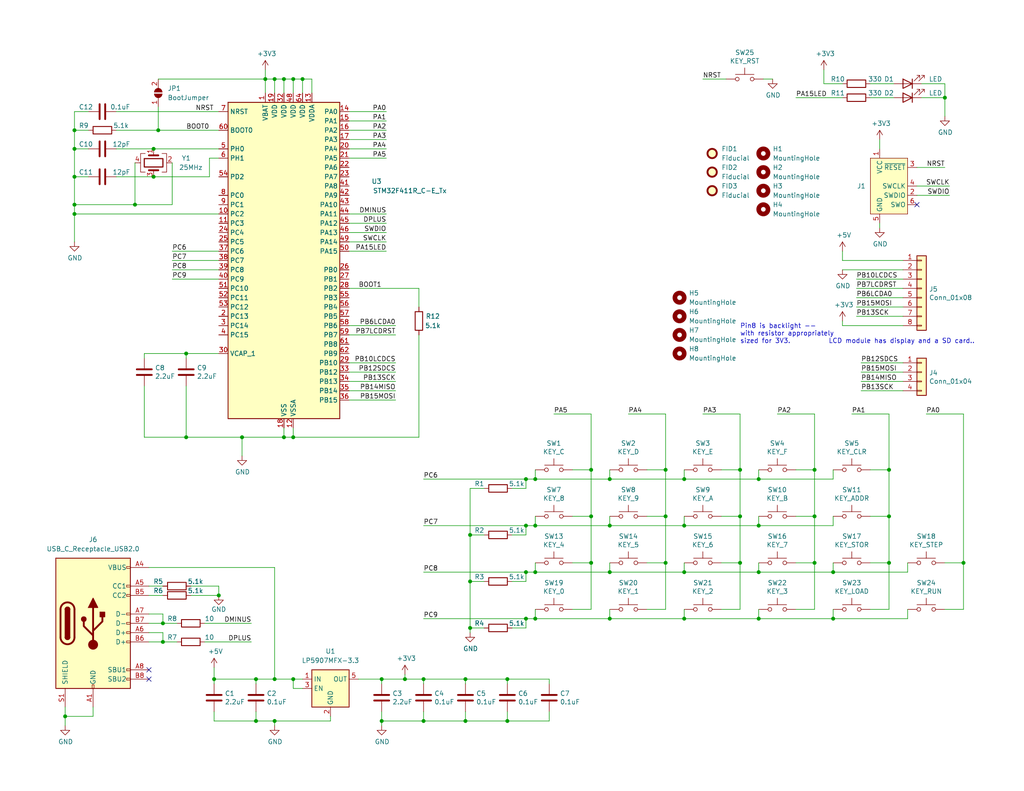
<source format=kicad_sch>
(kicad_sch (version 20230121) (generator eeschema)
  (paper "A")
  (title_block (title "ARM Microprocessor Trainer") (rev "PRE") (company "Michael Lyle"))
  (lib_symbols
    (symbol "Connector:Conn_ARM_SWD_TagConnect_TC2030" (in_bom no)
      (property "Reference" "J" (at 2.54 11.43 0))
      (property "Value" "Conn_ARM_SWD_TagConnect_TC2030" (at 5.08 8.89 0))
      (symbol "Conn_ARM_SWD_TagConnect_TC2030_0_0"
        (pin power_in line (at -2.54 10.16 270) (length 2.54) (name "VCC") (number "1"))
        (pin bidirectional line (at 7.62 -2.54 180) (length 2.54) (name "SWDIO") (number "2"))
        (pin open_collector line (at 7.62 5.08 180) (length 2.54) (name "~{RESET}") (number "3"))
        (pin output line (at 7.62 0 180) (length 2.54) (name "SWCLK") (number "4"))
        (pin power_in line (at -2.54 -10.16 90) (length 2.54) (name "GND") (number "5"))
        (pin input line (at 7.62 -5.08 180) (length 2.54) (name "SWO") (number "6"))
      )
    )
    (symbol "Connector:USB_C_Receptacle_USB2.0" (pin_names (offset 1.016))
      (property "Reference" "J" (at -10.16 19.05 0))
      (property "Value" "USB_C_Receptacle_USB2.0" (at 19.05 19.05 0))
      (symbol "USB_C_Receptacle_USB2.0_1_1"
        (pin passive line (at 0 -22.86 90) (length 5.08) (name "GND") (number "A1"))
        (pin passive line (at 0 -22.86 90) (length 5.08) hide (name "GND") (number "A12"))
        (pin passive line (at 15.24 15.24 180) (length 5.08) (name "VBUS") (number "A4"))
        (pin bidirectional line (at 15.24 10.16 180) (length 5.08) (name "CC1") (number "A5"))
        (pin bidirectional line (at 15.24 -2.54 180) (length 5.08) (name "D+") (number "A6"))
        (pin bidirectional line (at 15.24 2.54 180) (length 5.08) (name "D-") (number "A7"))
        (pin bidirectional line (at 15.24 -12.7 180) (length 5.08) (name "SBU1") (number "A8"))
        (pin passive line (at 15.24 15.24 180) (length 5.08) hide (name "VBUS") (number "A9"))
        (pin passive line (at 0 -22.86 90) (length 5.08) hide (name "GND") (number "B1"))
        (pin passive line (at 0 -22.86 90) (length 5.08) hide (name "GND") (number "B12"))
        (pin passive line (at 15.24 15.24 180) (length 5.08) hide (name "VBUS") (number "B4"))
        (pin bidirectional line (at 15.24 7.62 180) (length 5.08) (name "CC2") (number "B5"))
        (pin bidirectional line (at 15.24 -5.08 180) (length 5.08) (name "D+") (number "B6"))
        (pin bidirectional line (at 15.24 0 180) (length 5.08) (name "D-") (number "B7"))
        (pin bidirectional line (at 15.24 -15.24 180) (length 5.08) (name "SBU2") (number "B8"))
        (pin passive line (at 15.24 15.24 180) (length 5.08) hide (name "VBUS") (number "B9"))
        (pin passive line (at -7.62 -22.86 90) (length 5.08) (name "SHIELD") (number "S1"))
      )
    )
    (symbol "Connector_Generic:Conn_01x04" (pin_names (offset 1.016) hide)
      (property "Reference" "J" (at 0 5.08 0))
      (property "Value" "Conn_01x04" (at 0 -7.62 0))
      (symbol "Conn_01x04_1_1"
        (pin passive line (at -5.08 2.54 0) (length 3.81) (name "Pin_1") (number "1"))
        (pin passive line (at -5.08 0 0) (length 3.81) (name "Pin_2") (number "2"))
        (pin passive line (at -5.08 -2.54 0) (length 3.81) (name "Pin_3") (number "3"))
        (pin passive line (at -5.08 -5.08 0) (length 3.81) (name "Pin_4") (number "4"))
      )
    )
    (symbol "Connector_Generic:Conn_01x08" (pin_names (offset 1.016) hide)
      (property "Reference" "J" (at 0 10.16 0))
      (property "Value" "Conn_01x08" (at 0 -12.7 0))
      (symbol "Conn_01x08_1_1"
        (pin passive line (at -5.08 7.62 0) (length 3.81) (name "Pin_1") (number "1"))
        (pin passive line (at -5.08 5.08 0) (length 3.81) (name "Pin_2") (number "2"))
        (pin passive line (at -5.08 2.54 0) (length 3.81) (name "Pin_3") (number "3"))
        (pin passive line (at -5.08 0 0) (length 3.81) (name "Pin_4") (number "4"))
        (pin passive line (at -5.08 -2.54 0) (length 3.81) (name "Pin_5") (number "5"))
        (pin passive line (at -5.08 -5.08 0) (length 3.81) (name "Pin_6") (number "6"))
        (pin passive line (at -5.08 -7.62 0) (length 3.81) (name "Pin_7") (number "7"))
        (pin passive line (at -5.08 -10.16 0) (length 3.81) (name "Pin_8") (number "8"))
      )
    )
    (symbol "Device:C" (pin_numbers hide) (pin_names (offset 0.254))
      (property "Reference" "C" (at 0.635 2.54 0))
      (property "Value" "C" (at 0.635 -2.54 0))
      (symbol "C_1_1"
        (pin passive line (at 0 3.81 270) (length 2.794) (name "~") (number "1"))
        (pin passive line (at 0 -3.81 90) (length 2.794) (name "~") (number "2"))
      )
    )
    (symbol "Device:Crystal_GND24" (pin_names (offset 1.016) hide)
      (property "Reference" "Y" (at 3.175 5.08 0))
      (property "Value" "Crystal_GND24" (at 3.175 3.175 0))
      (symbol "Crystal_GND24_1_1"
        (pin passive line (at -3.81 0 0) (length 1.27) (name "1") (number "1"))
        (pin passive line (at 0 5.08 270) (length 1.27) (name "2") (number "2"))
        (pin passive line (at 3.81 0 180) (length 1.27) (name "3") (number "3"))
        (pin passive line (at 0 -5.08 90) (length 1.27) (name "4") (number "4"))
      )
    )
    (symbol "Device:LED" (pin_numbers hide) (pin_names (offset 1.016) hide)
      (property "Reference" "D" (at 0 2.54 0))
      (property "Value" "LED" (at 0 -2.54 0))
      (symbol "LED_1_1"
        (pin passive line (at -3.81 0 0) (length 2.54) (name "K") (number "1"))
        (pin passive line (at 3.81 0 180) (length 2.54) (name "A") (number "2"))
      )
    )
    (symbol "Device:R" (pin_numbers hide) (pin_names (offset 0))
      (property "Reference" "R" (at 2.032 0 90))
      (property "Value" "R" (at 0 0 90))
      (symbol "R_1_1"
        (pin passive line (at 0 3.81 270) (length 1.27) (name "~") (number "1"))
        (pin passive line (at 0 -3.81 90) (length 1.27) (name "~") (number "2"))
      )
    )
    (symbol "Jumper:SolderJumper_2_Open" (pin_names (offset 0) hide)
      (property "Reference" "JP" (at 0 2.032 0))
      (property "Value" "SolderJumper_2_Open" (at 0 -2.54 0))
      (symbol "SolderJumper_2_Open_1_1"
        (pin passive line (at -3.81 0 0) (length 2.54) (name "A") (number "1"))
        (pin passive line (at 3.81 0 180) (length 2.54) (name "B") (number "2"))
      )
    )
    (symbol "MCU_ST_STM32F4:STM32F412RETx"
      (property "Reference" "U" (at -15.24 44.45 0))
      (property "Value" "STM32F412RETx" (at 10.16 44.45 0))
      (symbol "STM32F412RETx_1_1"
        (pin power_in line (at -5.08 45.72 270) (length 2.54) (name "VBAT") (number "1"))
        (pin bidirectional line (at -17.78 12.7 0) (length 2.54) (name "PC2") (number "10"))
        (pin bidirectional line (at -17.78 10.16 0) (length 2.54) (name "PC3") (number "11"))
        (pin power_in line (at 2.54 -45.72 90) (length 2.54) (name "VSSA") (number "12"))
        (pin power_in line (at 7.62 45.72 270) (length 2.54) (name "VDDA") (number "13"))
        (pin bidirectional line (at 17.78 40.64 180) (length 2.54) (name "PA0") (number "14"))
        (pin bidirectional line (at 17.78 38.1 180) (length 2.54) (name "PA1") (number "15"))
        (pin bidirectional line (at 17.78 35.56 180) (length 2.54) (name "PA2") (number "16"))
        (pin bidirectional line (at 17.78 33.02 180) (length 2.54) (name "PA3") (number "17"))
        (pin power_in line (at 0 -45.72 90) (length 2.54) (name "VSS") (number "18"))
        (pin power_in line (at -2.54 45.72 270) (length 2.54) (name "VDD") (number "19"))
        (pin bidirectional line (at -17.78 -15.24 0) (length 2.54) (name "PC13") (number "2"))
        (pin bidirectional line (at 17.78 30.48 180) (length 2.54) (name "PA4") (number "20"))
        (pin bidirectional line (at 17.78 27.94 180) (length 2.54) (name "PA5") (number "21"))
        (pin bidirectional line (at 17.78 25.4 180) (length 2.54) (name "PA6") (number "22"))
        (pin bidirectional line (at 17.78 22.86 180) (length 2.54) (name "PA7") (number "23"))
        (pin bidirectional line (at -17.78 7.62 0) (length 2.54) (name "PC4") (number "24"))
        (pin bidirectional line (at -17.78 5.08 0) (length 2.54) (name "PC5") (number "25"))
        (pin bidirectional line (at 17.78 -2.54 180) (length 2.54) (name "PB0") (number "26"))
        (pin bidirectional line (at 17.78 -5.08 180) (length 2.54) (name "PB1") (number "27"))
        (pin bidirectional line (at 17.78 -7.62 180) (length 2.54) (name "PB2") (number "28"))
        (pin bidirectional line (at 17.78 -27.94 180) (length 2.54) (name "PB10") (number "29"))
        (pin bidirectional line (at -17.78 -17.78 0) (length 2.54) (name "PC14") (number "3"))
        (pin power_out line (at -17.78 -25.4 0) (length 2.54) (name "VCAP_1") (number "30"))
        (pin passive line (at 0 -45.72 90) (length 2.54) hide (name "VSS") (number "31"))
        (pin power_in line (at 0 45.72 270) (length 2.54) (name "VDD") (number "32"))
        (pin bidirectional line (at 17.78 -30.48 180) (length 2.54) (name "PB12") (number "33"))
        (pin bidirectional line (at 17.78 -33.02 180) (length 2.54) (name "PB13") (number "34"))
        (pin bidirectional line (at 17.78 -35.56 180) (length 2.54) (name "PB14") (number "35"))
        (pin bidirectional line (at 17.78 -38.1 180) (length 2.54) (name "PB15") (number "36"))
        (pin bidirectional line (at -17.78 2.54 0) (length 2.54) (name "PC6") (number "37"))
        (pin bidirectional line (at -17.78 0 0) (length 2.54) (name "PC7") (number "38"))
        (pin bidirectional line (at -17.78 -2.54 0) (length 2.54) (name "PC8") (number "39"))
        (pin bidirectional line (at -17.78 -20.32 0) (length 2.54) (name "PC15") (number "4"))
        (pin bidirectional line (at -17.78 -5.08 0) (length 2.54) (name "PC9") (number "40"))
        (pin bidirectional line (at 17.78 20.32 180) (length 2.54) (name "PA8") (number "41"))
        (pin bidirectional line (at 17.78 17.78 180) (length 2.54) (name "PA9") (number "42"))
        (pin bidirectional line (at 17.78 15.24 180) (length 2.54) (name "PA10") (number "43"))
        (pin bidirectional line (at 17.78 12.7 180) (length 2.54) (name "PA11") (number "44"))
        (pin bidirectional line (at 17.78 10.16 180) (length 2.54) (name "PA12") (number "45"))
        (pin bidirectional line (at 17.78 7.62 180) (length 2.54) (name "PA13") (number "46"))
        (pin passive line (at 0 -45.72 90) (length 2.54) hide (name "VSS") (number "47"))
        (pin power_in line (at 2.54 45.72 270) (length 2.54) (name "VDD") (number "48"))
        (pin bidirectional line (at 17.78 5.08 180) (length 2.54) (name "PA14") (number "49"))
        (pin bidirectional line (at -17.78 30.48 0) (length 2.54) (name "PH0") (number "5"))
        (pin bidirectional line (at 17.78 2.54 180) (length 2.54) (name "PA15") (number "50"))
        (pin bidirectional line (at -17.78 -7.62 0) (length 2.54) (name "PC10") (number "51"))
        (pin bidirectional line (at -17.78 -10.16 0) (length 2.54) (name "PC11") (number "52"))
        (pin bidirectional line (at -17.78 -12.7 0) (length 2.54) (name "PC12") (number "53"))
        (pin bidirectional line (at -17.78 22.86 0) (length 2.54) (name "PD2") (number "54"))
        (pin bidirectional line (at 17.78 -10.16 180) (length 2.54) (name "PB3") (number "55"))
        (pin bidirectional line (at 17.78 -12.7 180) (length 2.54) (name "PB4") (number "56"))
        (pin bidirectional line (at 17.78 -15.24 180) (length 2.54) (name "PB5") (number "57"))
        (pin bidirectional line (at 17.78 -17.78 180) (length 2.54) (name "PB6") (number "58"))
        (pin bidirectional line (at 17.78 -20.32 180) (length 2.54) (name "PB7") (number "59"))
        (pin bidirectional line (at -17.78 27.94 0) (length 2.54) (name "PH1") (number "6"))
        (pin input line (at -17.78 35.56 0) (length 2.54) (name "BOOT0") (number "60"))
        (pin bidirectional line (at 17.78 -22.86 180) (length 2.54) (name "PB8") (number "61"))
        (pin bidirectional line (at 17.78 -25.4 180) (length 2.54) (name "PB9") (number "62"))
        (pin passive line (at 0 -45.72 90) (length 2.54) hide (name "VSS") (number "63"))
        (pin power_in line (at 5.08 45.72 270) (length 2.54) (name "VDD") (number "64"))
        (pin input line (at -17.78 40.64 0) (length 2.54) (name "NRST") (number "7"))
        (pin bidirectional line (at -17.78 17.78 0) (length 2.54) (name "PC0") (number "8"))
        (pin bidirectional line (at -17.78 15.24 0) (length 2.54) (name "PC1") (number "9"))
      )
    )
    (symbol "Mechanical:Fiducial"
      (property "Reference" "FID" (at 0 5.08 0))
      (property "Value" "Fiducial" (at 0 3.175 0))
    )
    (symbol "Mechanical:MountingHole" (pin_names (offset 1.016))
      (property "Reference" "H" (at 0 5.08 0))
      (property "Value" "MountingHole" (at 0 3.175 0))
    )
    (symbol "MicroTrainer-rescue:+3.3V-power" (power) (pin_names (offset 0))
      (property "Value" "+3.3V-power" (at 0 3.556 0))
      (symbol "+3.3V-power_1_1"
        (pin power_in line (at 0 0 90) (length 0) hide (name "+3V3") (number "1"))
      )
    )
    (symbol "Regulator_Linear:LP5907MFX-3.3"
      (property "Reference" "U" (at -3.81 6.35 0))
      (property "Value" "LP5907MFX-3.3" (at 6.35 6.35 0))
      (symbol "LP5907MFX-3.3_0_1"
        (pin power_in line (at -7.62 2.54 0) (length 2.54) (name "IN") (number "1"))
        (pin power_in line (at 0 -7.62 90) (length 2.54) (name "GND") (number "2"))
        (pin input line (at -7.62 0 0) (length 2.54) (name "EN") (number "3"))
        (pin no_connect line (at 5.08 0 180) (length 2.54) hide (name "NC") (number "4"))
        (pin power_out line (at 7.62 2.54 180) (length 2.54) (name "OUT") (number "5"))
      )
    )
    (symbol "Switch:SW_Push" (pin_numbers hide) (pin_names (offset 1.016) hide)
      (property "Reference" "SW" (at 1.27 2.54 0))
      (property "Value" "SW_Push" (at 0 -1.524 0))
      (symbol "SW_Push_0_1"
        (pin passive line (at -5.08 0 0) (length 2.54) (name "1") (number "1"))
        (pin passive line (at 5.08 0 180) (length 2.54) (name "2") (number "2"))
      )
    )
    (symbol "power:+5V" (power) (pin_names (offset 0))
      (property "Value" "+5V" (at 0 3.556 0))
      (symbol "+5V_1_1"
        (pin power_in line (at 0 0 90) (length 0) hide (name "+5V") (number "1"))
      )
    )
    (symbol "power:GND" (power) (pin_names (offset 0))
      (property "Value" "GND" (at 0 -3.81 0))
      (symbol "GND_1_1"
        (pin power_in line (at 0 0 270) (length 0) hide (name "GND") (number "1"))
      )
    )
  )
  (junction (at 66.04 119.38))
  (junction (at 166.37 156.21))
  (junction (at 166.37 130.81))
  (junction (at 222.25 128.27))
  (junction (at 201.93 153.67))
  (junction (at 36.83 55.88))
  (junction (at 59.69 162.56))
  (junction (at 138.43 185.42))
  (junction (at 207.01 130.81))
  (junction (at 41.91 40.64))
  (junction (at 181.61 128.27))
  (junction (at 146.05 143.51))
  (junction (at 20.32 58.42))
  (junction (at 161.29 128.27))
  (junction (at 242.57 153.67))
  (junction (at 181.61 140.97))
  (junction (at 127 185.42))
  (junction (at 72.39 21.59))
  (junction (at 20.32 35.56))
  (junction (at 44.45 170.18))
  (junction (at 242.57 140.97))
  (junction (at 143.51 143.51))
  (junction (at 80.01 119.38))
  (junction (at 166.37 168.91))
  (junction (at 115.57 196.85))
  (junction (at 128.27 171.45))
  (junction (at 20.32 48.26))
  (junction (at 186.69 143.51))
  (junction (at 20.32 55.88))
  (junction (at 242.57 128.27))
  (junction (at 262.89 153.67))
  (junction (at 166.37 143.51))
  (junction (at 17.78 195.58))
  (junction (at 143.51 130.81))
  (junction (at 80.01 21.59))
  (junction (at 77.47 119.38))
  (junction (at 227.33 168.91))
  (junction (at 80.01 185.42))
  (junction (at 143.51 156.21))
  (junction (at 186.69 168.91))
  (junction (at 69.85 185.42))
  (junction (at 222.25 153.67))
  (junction (at 161.29 140.97))
  (junction (at 77.47 21.59))
  (junction (at 110.49 185.42))
  (junction (at 74.93 196.85))
  (junction (at 69.85 196.85))
  (junction (at 207.01 156.21))
  (junction (at 146.05 168.91))
  (junction (at 146.05 156.21))
  (junction (at 50.8 119.38))
  (junction (at 128.27 158.75))
  (junction (at 207.01 143.51))
  (junction (at 146.05 130.81))
  (junction (at 74.93 21.59))
  (junction (at 82.55 21.59))
  (junction (at 186.69 156.21))
  (junction (at 161.29 153.67))
  (junction (at 50.8 96.52))
  (junction (at 74.93 185.42))
  (junction (at 222.25 140.97))
  (junction (at 227.33 156.21))
  (junction (at 143.51 168.91))
  (junction (at 207.01 168.91))
  (junction (at 128.27 146.05))
  (junction (at 201.93 128.27))
  (junction (at 104.14 196.85))
  (junction (at 20.32 40.64))
  (junction (at 181.61 153.67))
  (junction (at 43.18 35.56))
  (junction (at 186.69 130.81))
  (junction (at 201.93 140.97))
  (junction (at 115.57 185.42))
  (junction (at 257.81 26.67))
  (junction (at 58.42 185.42))
  (junction (at 138.43 196.85))
  (junction (at 41.91 48.26))
  (junction (at 44.45 175.26))
  (junction (at 104.14 185.42))
  (junction (at 127 196.85))
  (no_connect (at 40.64 182.88))
  (no_connect (at 250.19 55.88))
  (no_connect (at 40.64 185.42))
  (wire (pts (xy 207.01 168.91) (xy 186.69 168.91)))
  (wire (pts (xy 74.93 21.59) (xy 77.47 21.59)))
  (wire (pts (xy 229.87 71.12) (xy 246.38 71.12)))
  (wire (pts (xy 222.25 153.67) (xy 222.25 140.97)))
  (wire (pts (xy 104.14 196.85) (xy 115.57 196.85)))
  (wire (pts (xy 207.01 143.51) (xy 186.69 143.51)))
  (wire (pts (xy 138.43 194.31) (xy 138.43 196.85)))
  (wire (pts (xy 201.93 153.67) (xy 201.93 140.97)))
  (wire (pts (xy 77.47 116.84) (xy 77.47 119.38)))
  (wire (pts (xy 207.01 153.67) (xy 207.01 156.21)))
  (wire (pts (xy 127 196.85) (xy 138.43 196.85)))
  (wire (pts (xy 161.29 153.67) (xy 161.29 140.97)))
  (wire (pts (xy 217.17 140.97) (xy 222.25 140.97)))
  (wire (pts (xy 31.75 48.26) (xy 41.91 48.26)))
  (wire (pts (xy 181.61 166.37) (xy 181.61 153.67)))
  (wire (pts (xy 69.85 185.42) (xy 74.93 185.42)))
  (wire (pts (xy 40.64 175.26) (xy 44.45 175.26)))
  (wire (pts (xy 229.87 22.86) (xy 224.79 22.86)))
  (wire (pts (xy 66.04 119.38) (xy 50.8 119.38)))
  (wire (pts (xy 143.51 130.81) (xy 146.05 130.81)))
  (wire (pts (xy 20.32 58.42) (xy 59.69 58.42)))
  (wire (pts (xy 181.61 153.67) (xy 181.61 140.97)))
  (wire (pts (xy 17.78 195.58) (xy 25.4 195.58)))
  (wire (pts (xy 166.37 156.21) (xy 146.05 156.21)))
  (wire (pts (xy 58.42 185.42) (xy 69.85 185.42)))
  (wire (pts (xy 186.69 168.91) (xy 166.37 168.91)))
  (wire (pts (xy 191.77 113.03) (xy 201.93 113.03)))
  (wire (pts (xy 41.91 48.26) (xy 57.15 48.26)))
  (wire (pts (xy 80.01 187.96) (xy 80.01 185.42)))
  (wire (pts (xy 156.21 153.67) (xy 161.29 153.67)))
  (wire (pts (xy 40.64 160.02) (xy 44.45 160.02)))
  (wire (pts (xy 80.01 116.84) (xy 80.01 119.38)))
  (wire (pts (xy 31.75 35.56) (xy 43.18 35.56)))
  (wire (pts (xy 115.57 196.85) (xy 127 196.85)))
  (wire (pts (xy 36.83 44.45) (xy 36.83 55.88)))
  (wire (pts (xy 156.21 140.97) (xy 161.29 140.97)))
  (wire (pts (xy 50.8 96.52) (xy 59.69 96.52)))
  (wire (pts (xy 50.8 97.79) (xy 50.8 96.52)))
  (wire (pts (xy 146.05 140.97) (xy 146.05 143.51)))
  (wire (pts (xy 229.87 71.12) (xy 229.87 68.58)))
  (wire (pts (xy 107.95 99.06) (xy 95.25 99.06)))
  (wire (pts (xy 20.32 40.64) (xy 20.32 48.26)))
  (wire (pts (xy 107.95 104.14) (xy 95.25 104.14)))
  (wire (pts (xy 146.05 166.37) (xy 146.05 168.91)))
  (wire (pts (xy 104.14 198.12) (xy 104.14 196.85)))
  (wire (pts (xy 207.01 128.27) (xy 207.01 130.81)))
  (wire (pts (xy 237.49 128.27) (xy 242.57 128.27)))
  (wire (pts (xy 222.25 166.37) (xy 222.25 153.67)))
  (wire (pts (xy 227.33 168.91) (xy 207.01 168.91)))
  (wire (pts (xy 77.47 119.38) (xy 66.04 119.38)))
  (wire (pts (xy 80.01 185.42) (xy 82.55 185.42)))
  (wire (pts (xy 143.51 171.45) (xy 143.51 168.91)))
  (wire (pts (xy 17.78 193.04) (xy 17.78 195.58)))
  (wire (pts (xy 127 186.69) (xy 127 185.42)))
  (wire (pts (xy 107.95 88.9) (xy 95.25 88.9)))
  (wire (pts (xy 41.91 40.64) (xy 59.69 40.64)))
  (wire (pts (xy 149.86 196.85) (xy 138.43 196.85)))
  (wire (pts (xy 237.49 166.37) (xy 242.57 166.37)))
  (wire (pts (xy 217.17 166.37) (xy 222.25 166.37)))
  (wire (pts (xy 166.37 128.27) (xy 166.37 130.81)))
  (wire (pts (xy 69.85 196.85) (xy 74.93 196.85)))
  (wire (pts (xy 186.69 156.21) (xy 166.37 156.21)))
  (wire (pts (xy 24.13 30.48) (xy 20.32 30.48)))
  (wire (pts (xy 227.33 143.51) (xy 207.01 143.51)))
  (wire (pts (xy 234.95 106.68) (xy 246.38 106.68)))
  (wire (pts (xy 110.49 185.42) (xy 115.57 185.42)))
  (wire (pts (xy 237.49 140.97) (xy 242.57 140.97)))
  (wire (pts (xy 114.3 119.38) (xy 80.01 119.38)))
  (wire (pts (xy 247.65 168.91) (xy 227.33 168.91)))
  (wire (pts (xy 20.32 48.26) (xy 24.13 48.26)))
  (wire (pts (xy 151.13 113.03) (xy 161.29 113.03)))
  (wire (pts (xy 237.49 22.86) (xy 243.84 22.86)))
  (wire (pts (xy 59.69 43.18) (xy 57.15 43.18)))
  (wire (pts (xy 39.37 96.52) (xy 39.37 97.79)))
  (wire (pts (xy 250.19 50.8) (xy 259.08 50.8)))
  (wire (pts (xy 110.49 185.42) (xy 110.49 184.15)))
  (wire (pts (xy 72.39 21.59) (xy 72.39 25.4)))
  (wire (pts (xy 186.69 143.51) (xy 166.37 143.51)))
  (wire (pts (xy 171.45 113.03) (xy 181.61 113.03)))
  (wire (pts (xy 161.29 128.27) (xy 161.29 113.03)))
  (wire (pts (xy 161.29 166.37) (xy 161.29 153.67)))
  (wire (pts (xy 107.95 109.22) (xy 95.25 109.22)))
  (wire (pts (xy 186.69 166.37) (xy 186.69 168.91)))
  (wire (pts (xy 95.25 63.5) (xy 105.41 63.5)))
  (wire (pts (xy 138.43 185.42) (xy 127 185.42)))
  (wire (pts (xy 20.32 58.42) (xy 20.32 66.04)))
  (wire (pts (xy 250.19 53.34) (xy 259.08 53.34)))
  (wire (pts (xy 227.33 153.67) (xy 227.33 156.21)))
  (wire (pts (xy 196.85 128.27) (xy 201.93 128.27)))
  (wire (pts (xy 107.95 91.44) (xy 95.25 91.44)))
  (wire (pts (xy 186.69 140.97) (xy 186.69 143.51)))
  (wire (pts (xy 227.33 128.27) (xy 227.33 130.81)))
  (wire (pts (xy 74.93 21.59) (xy 74.93 25.4)))
  (wire (pts (xy 237.49 26.67) (xy 243.84 26.67)))
  (wire (pts (xy 201.93 166.37) (xy 201.93 153.67)))
  (wire (pts (xy 217.17 128.27) (xy 222.25 128.27)))
  (wire (pts (xy 115.57 186.69) (xy 115.57 185.42)))
  (wire (pts (xy 156.21 128.27) (xy 161.29 128.27)))
  (wire (pts (xy 46.99 68.58) (xy 59.69 68.58)))
  (wire (pts (xy 115.57 185.42) (xy 127 185.42)))
  (wire (pts (xy 227.33 156.21) (xy 207.01 156.21)))
  (wire (pts (xy 90.17 195.58) (xy 90.17 196.85)))
  (wire (pts (xy 166.37 143.51) (xy 146.05 143.51)))
  (wire (pts (xy 143.51 168.91) (xy 146.05 168.91)))
  (wire (pts (xy 227.33 140.97) (xy 227.33 143.51)))
  (wire (pts (xy 186.69 130.81) (xy 166.37 130.81)))
  (wire (pts (xy 251.46 26.67) (xy 257.81 26.67)))
  (wire (pts (xy 222.25 140.97) (xy 222.25 128.27)))
  (wire (pts (xy 104.14 185.42) (xy 110.49 185.42)))
  (wire (pts (xy 74.93 185.42) (xy 80.01 185.42)))
  (wire (pts (xy 176.53 140.97) (xy 181.61 140.97)))
  (wire (pts (xy 233.68 86.36) (xy 246.38 86.36)))
  (wire (pts (xy 191.77 21.59) (xy 198.12 21.59)))
  (wire (pts (xy 128.27 146.05) (xy 128.27 158.75)))
  (wire (pts (xy 207.01 166.37) (xy 207.01 168.91)))
  (wire (pts (xy 31.75 40.64) (xy 41.91 40.64)))
  (wire (pts (xy 166.37 153.67) (xy 166.37 156.21)))
  (wire (pts (xy 31.75 30.48) (xy 59.69 30.48)))
  (wire (pts (xy 257.81 26.67) (xy 257.81 31.75)))
  (wire (pts (xy 107.95 106.68) (xy 95.25 106.68)))
  (wire (pts (xy 72.39 21.59) (xy 74.93 21.59)))
  (wire (pts (xy 229.87 88.9) (xy 229.87 87.63)))
  (wire (pts (xy 46.99 73.66) (xy 59.69 73.66)))
  (wire (pts (xy 233.68 83.82) (xy 246.38 83.82)))
  (wire (pts (xy 24.13 35.56) (xy 20.32 35.56)))
  (wire (pts (xy 43.18 29.21) (xy 43.18 35.56)))
  (wire (pts (xy 196.85 153.67) (xy 201.93 153.67)))
  (wire (pts (xy 115.57 143.51) (xy 143.51 143.51)))
  (wire (pts (xy 227.33 166.37) (xy 227.33 168.91)))
  (wire (pts (xy 95.25 58.42) (xy 105.41 58.42)))
  (wire (pts (xy 166.37 166.37) (xy 166.37 168.91)))
  (wire (pts (xy 82.55 187.96) (xy 80.01 187.96)))
  (wire (pts (xy 20.32 55.88) (xy 20.32 58.42)))
  (wire (pts (xy 44.45 175.26) (xy 48.26 175.26)))
  (wire (pts (xy 176.53 166.37) (xy 181.61 166.37)))
  (wire (pts (xy 115.57 156.21) (xy 143.51 156.21)))
  (wire (pts (xy 201.93 128.27) (xy 201.93 113.03)))
  (wire (pts (xy 95.25 60.96) (xy 105.41 60.96)))
  (wire (pts (xy 138.43 186.69) (xy 138.43 185.42)))
  (wire (pts (xy 181.61 128.27) (xy 181.61 113.03)))
  (wire (pts (xy 82.55 21.59) (xy 85.09 21.59)))
  (wire (pts (xy 262.89 113.03) (xy 262.89 153.67)))
  (wire (pts (xy 166.37 168.91) (xy 146.05 168.91)))
  (wire (pts (xy 95.25 43.18) (xy 105.41 43.18)))
  (wire (pts (xy 234.95 101.6) (xy 246.38 101.6)))
  (wire (pts (xy 227.33 130.81) (xy 207.01 130.81)))
  (wire (pts (xy 20.32 35.56) (xy 20.32 40.64)))
  (wire (pts (xy 237.49 153.67) (xy 242.57 153.67)))
  (wire (pts (xy 132.08 146.05) (xy 128.27 146.05)))
  (wire (pts (xy 143.51 156.21) (xy 146.05 156.21)))
  (wire (pts (xy 250.19 45.72) (xy 257.81 45.72)))
  (wire (pts (xy 257.81 22.86) (xy 257.81 26.67)))
  (wire (pts (xy 25.4 195.58) (xy 25.4 193.04)))
  (wire (pts (xy 95.25 40.64) (xy 105.41 40.64)))
  (wire (pts (xy 262.89 166.37) (xy 262.89 153.67)))
  (wire (pts (xy 139.7 158.75) (xy 143.51 158.75)))
  (wire (pts (xy 233.68 78.74) (xy 246.38 78.74)))
  (wire (pts (xy 40.64 162.56) (xy 44.45 162.56)))
  (wire (pts (xy 257.81 153.67) (xy 262.89 153.67)))
  (wire (pts (xy 251.46 22.86) (xy 257.81 22.86)))
  (wire (pts (xy 46.99 55.88) (xy 36.83 55.88)))
  (wire (pts (xy 58.42 194.31) (xy 58.42 196.85)))
  (wire (pts (xy 240.03 38.1) (xy 240.03 40.64)))
  (wire (pts (xy 95.25 30.48) (xy 105.41 30.48)))
  (wire (pts (xy 217.17 153.67) (xy 222.25 153.67)))
  (wire (pts (xy 139.7 146.05) (xy 143.51 146.05)))
  (wire (pts (xy 20.32 40.64) (xy 24.13 40.64)))
  (wire (pts (xy 222.25 128.27) (xy 222.25 113.03)))
  (wire (pts (xy 247.65 156.21) (xy 227.33 156.21)))
  (wire (pts (xy 77.47 21.59) (xy 77.47 25.4)))
  (wire (pts (xy 139.7 171.45) (xy 143.51 171.45)))
  (wire (pts (xy 20.32 55.88) (xy 36.83 55.88)))
  (wire (pts (xy 74.93 196.85) (xy 90.17 196.85)))
  (wire (pts (xy 82.55 21.59) (xy 82.55 25.4)))
  (wire (pts (xy 146.05 153.67) (xy 146.05 156.21)))
  (wire (pts (xy 233.68 81.28) (xy 246.38 81.28)))
  (wire (pts (xy 104.14 186.69) (xy 104.14 185.42)))
  (wire (pts (xy 233.68 76.2) (xy 246.38 76.2)))
  (wire (pts (xy 176.53 128.27) (xy 181.61 128.27)))
  (wire (pts (xy 128.27 133.35) (xy 128.27 146.05)))
  (wire (pts (xy 80.01 21.59) (xy 80.01 25.4)))
  (wire (pts (xy 72.39 19.05) (xy 72.39 21.59)))
  (wire (pts (xy 115.57 130.81) (xy 143.51 130.81)))
  (wire (pts (xy 20.32 48.26) (xy 20.32 55.88)))
  (wire (pts (xy 46.99 44.45) (xy 46.99 55.88)))
  (wire (pts (xy 55.88 175.26) (xy 68.58 175.26)))
  (wire (pts (xy 242.57 140.97) (xy 242.57 128.27)))
  (wire (pts (xy 69.85 194.31) (xy 69.85 196.85)))
  (wire (pts (xy 132.08 158.75) (xy 128.27 158.75)))
  (wire (pts (xy 40.64 167.64) (xy 44.45 167.64)))
  (wire (pts (xy 59.69 160.02) (xy 59.69 162.56)))
  (wire (pts (xy 58.42 196.85) (xy 69.85 196.85)))
  (wire (pts (xy 80.01 21.59) (xy 82.55 21.59)))
  (wire (pts (xy 156.21 166.37) (xy 161.29 166.37)))
  (wire (pts (xy 181.61 140.97) (xy 181.61 128.27)))
  (wire (pts (xy 128.27 158.75) (xy 128.27 171.45)))
  (wire (pts (xy 161.29 140.97) (xy 161.29 128.27)))
  (wire (pts (xy 143.51 133.35) (xy 143.51 130.81)))
  (wire (pts (xy 217.17 26.67) (xy 229.87 26.67)))
  (wire (pts (xy 166.37 140.97) (xy 166.37 143.51)))
  (wire (pts (xy 196.85 166.37) (xy 201.93 166.37)))
  (wire (pts (xy 207.01 130.81) (xy 186.69 130.81)))
  (wire (pts (xy 257.81 166.37) (xy 262.89 166.37)))
  (wire (pts (xy 240.03 60.96) (xy 240.03 62.23)))
  (wire (pts (xy 50.8 105.41) (xy 50.8 119.38)))
  (wire (pts (xy 50.8 119.38) (xy 39.37 119.38)))
  (wire (pts (xy 143.51 143.51) (xy 146.05 143.51)))
  (wire (pts (xy 95.25 33.02) (xy 105.41 33.02)))
  (wire (pts (xy 232.41 113.03) (xy 242.57 113.03)))
  (wire (pts (xy 58.42 182.245) (xy 58.42 185.42)))
  (wire (pts (xy 114.3 91.44) (xy 114.3 119.38)))
  (wire (pts (xy 149.86 185.42) (xy 138.43 185.42)))
  (wire (pts (xy 252.73 113.03) (xy 262.89 113.03)))
  (wire (pts (xy 77.47 21.59) (xy 80.01 21.59)))
  (wire (pts (xy 186.69 153.67) (xy 186.69 156.21)))
  (wire (pts (xy 207.01 140.97) (xy 207.01 143.51)))
  (wire (pts (xy 39.37 119.38) (xy 39.37 105.41)))
  (wire (pts (xy 242.57 128.27) (xy 242.57 113.03)))
  (wire (pts (xy 115.57 168.91) (xy 143.51 168.91)))
  (wire (pts (xy 46.99 71.12) (xy 59.69 71.12)))
  (wire (pts (xy 69.85 186.69) (xy 69.85 185.42)))
  (wire (pts (xy 95.25 66.04) (xy 105.41 66.04)))
  (wire (pts (xy 242.57 166.37) (xy 242.57 153.67)))
  (wire (pts (xy 186.69 128.27) (xy 186.69 130.81)))
  (wire (pts (xy 85.09 21.59) (xy 85.09 25.4)))
  (wire (pts (xy 207.01 156.21) (xy 186.69 156.21)))
  (wire (pts (xy 44.45 175.26) (xy 44.45 172.72)))
  (wire (pts (xy 224.79 19.05) (xy 224.79 22.86)))
  (wire (pts (xy 66.04 119.38) (xy 66.04 124.46)))
  (wire (pts (xy 114.3 78.74) (xy 95.25 78.74)))
  (wire (pts (xy 132.08 133.35) (xy 128.27 133.35)))
  (wire (pts (xy 234.95 104.14) (xy 246.38 104.14)))
  (wire (pts (xy 149.86 186.69) (xy 149.86 185.42)))
  (wire (pts (xy 128.27 171.45) (xy 128.27 172.72)))
  (wire (pts (xy 229.87 73.66) (xy 246.38 73.66)))
  (wire (pts (xy 139.7 133.35) (xy 143.51 133.35)))
  (wire (pts (xy 115.57 194.31) (xy 115.57 196.85)))
  (wire (pts (xy 97.79 185.42) (xy 104.14 185.42)))
  (wire (pts (xy 57.15 43.18) (xy 57.15 48.26)))
  (wire (pts (xy 44.45 170.18) (xy 48.26 170.18)))
  (wire (pts (xy 39.37 96.52) (xy 50.8 96.52)))
  (wire (pts (xy 166.37 130.81) (xy 146.05 130.81)))
  (wire (pts (xy 43.18 35.56) (xy 59.69 35.56)))
  (wire (pts (xy 74.93 154.94) (xy 40.64 154.94)))
  (wire (pts (xy 242.57 153.67) (xy 242.57 140.97)))
  (wire (pts (xy 74.93 154.94) (xy 74.93 185.42)))
  (wire (pts (xy 234.95 99.06) (xy 246.38 99.06)))
  (wire (pts (xy 229.87 88.9) (xy 246.38 88.9)))
  (wire (pts (xy 247.65 166.37) (xy 247.65 168.91)))
  (wire (pts (xy 95.25 68.58) (xy 105.41 68.58)))
  (wire (pts (xy 95.25 38.1) (xy 105.41 38.1)))
  (wire (pts (xy 52.07 162.56) (xy 59.69 162.56)))
  (wire (pts (xy 196.85 140.97) (xy 201.93 140.97)))
  (wire (pts (xy 80.01 119.38) (xy 77.47 119.38)))
  (wire (pts (xy 17.78 195.58) (xy 17.78 198.12)))
  (wire (pts (xy 143.51 158.75) (xy 143.51 156.21)))
  (wire (pts (xy 247.65 153.67) (xy 247.65 156.21)))
  (wire (pts (xy 107.95 101.6) (xy 95.25 101.6)))
  (wire (pts (xy 43.18 21.59) (xy 72.39 21.59)))
  (wire (pts (xy 58.42 186.69) (xy 58.42 185.42)))
  (wire (pts (xy 74.93 198.12) (xy 74.93 196.85)))
  (wire (pts (xy 52.07 160.02) (xy 59.69 160.02)))
  (wire (pts (xy 208.28 21.59) (xy 210.82 21.59)))
  (wire (pts (xy 176.53 153.67) (xy 181.61 153.67)))
  (wire (pts (xy 132.08 171.45) (xy 128.27 171.45)))
  (wire (pts (xy 95.25 35.56) (xy 105.41 35.56)))
  (wire (pts (xy 40.64 172.72) (xy 44.45 172.72)))
  (wire (pts (xy 40.64 170.18) (xy 44.45 170.18)))
  (wire (pts (xy 143.51 146.05) (xy 143.51 143.51)))
  (wire (pts (xy 20.32 30.48) (xy 20.32 35.56)))
  (wire (pts (xy 146.05 128.27) (xy 146.05 130.81)))
  (wire (pts (xy 149.86 194.31) (xy 149.86 196.85)))
  (wire (pts (xy 55.88 170.18) (xy 68.58 170.18)))
  (wire (pts (xy 46.99 76.2) (xy 59.69 76.2)))
  (wire (pts (xy 104.14 194.31) (xy 104.14 196.85)))
  (wire (pts (xy 114.3 78.74) (xy 114.3 83.82)))
  (wire (pts (xy 127 194.31) (xy 127 196.85)))
  (wire (pts (xy 44.45 170.18) (xy 44.45 167.64)))
  (wire (pts (xy 212.09 113.03) (xy 222.25 113.03)))
  (wire (pts (xy 201.93 140.97) (xy 201.93 128.27)))
  (text "LCD module has display and a SD card.." (at 226.06 93.98 0) (effects (font (size 1.27 1.27)) (justify left bottom)))
  (text "Pin8 is backlight --\nwith resistor appropriately\nsized for 3V3." (at 201.93 93.98 0) (effects (font (size 1.27 1.27)) (justify left bottom)))
  (label "PB14MISO" (at 107.95 106.68 180))
  (label "PB6LCDA0" (at 233.68 81.28 0))
  (label "PC7" (at 115.57 143.51 0))
  (label "PC9" (at 115.57 168.91 0))
  (label "PB6LCDA0" (at 107.95 88.9 180))
  (label "PC8" (at 115.57 156.21 0))
  (label "PB13SCK" (at 107.95 104.14 180))
  (label "PA15LED" (at 217.17 26.67 0))
  (label "SWDIO" (at 105.41 63.5 180))
  (label "PB12SDCS" (at 107.95 101.6 180))
  (label "PA0" (at 252.73 113.03 0))
  (label "NRST" (at 191.77 21.59 0))
  (label "NRST" (at 257.81 45.72 180))
  (label "DMINUS" (at 105.41 58.42 180))
  (label "SWCLK" (at 259.08 50.8 180))
  (label "PC8" (at 46.99 73.66 0))
  (label "PA3" (at 105.41 38.1 180))
  (label "PA3" (at 191.77 113.03 0))
  (label "PA2" (at 105.41 35.56 180))
  (label "PB12SDCS" (at 234.95 99.06 0))
  (label "PB7LCDRST" (at 107.95 91.44 180))
  (label "PC6" (at 46.99 68.58 0))
  (label "PB15MOSI" (at 107.95 109.22 180))
  (label "BOOT1" (at 104.14 78.74 180))
  (label "BOOT0" (at 50.8 35.56 0))
  (label "PB7LCDRST" (at 233.68 78.74 0))
  (label "PB13SCK" (at 234.95 106.68 0))
  (label "SWCLK" (at 105.41 66.04 180))
  (label "DPLUS" (at 105.41 60.96 180))
  (label "SWDIO" (at 259.08 53.34 180))
  (label "PA1" (at 232.41 113.03 0))
  (label "PC7" (at 46.99 71.12 0))
  (label "DPLUS" (at 68.58 175.26 180))
  (label "PA1" (at 105.41 33.02 180))
  (label "PA5" (at 151.13 113.03 0))
  (label "PA0" (at 105.41 30.48 180))
  (label "PA4" (at 105.41 40.64 180))
  (label "PB15MOSI" (at 234.95 101.6 0))
  (label "PA4" (at 171.45 113.03 0))
  (label "PC9" (at 46.99 76.2 0))
  (label "PA15LED" (at 105.41 68.58 180))
  (label "PB10LCDCS" (at 107.95 99.06 180))
  (label "PB15MOSI" (at 233.68 83.82 0))
  (label "PB10LCDCS" (at 233.68 76.2 0))
  (label "PB13SCK" (at 233.68 86.36 0))
  (label "NRST" (at 53.34 30.48 0))
  (label "PC6" (at 115.57 130.81 0))
  (label "DMINUS" (at 68.58 170.18 180))
  (label "PA2" (at 212.09 113.03 0))
  (label "PA5" (at 105.41 43.18 180))
  (label "PB14MISO" (at 234.95 104.14 0))
  (symbol (lib_id "Switch:SW_Push") (at 151.13 128.27 0) (unit 1)
    (property "Reference" "SW1" (at 151.13 121.031 0))
    (property "Value" "KEY_C" (at 151.13 123.3424 0))
    (property "Footprint" "Button_Switch_Keyboard:SW_Cherry_MX_1.00u_PCB" (effects hide))
  )
  (symbol (lib_id "Switch:SW_Push") (at 151.13 140.97 0) (unit 1)
    (property "Reference" "SW7" (at 151.13 133.731 0))
    (property "Value" "KEY_8" (at 151.13 136.0424 0))
    (property "Footprint" "Button_Switch_Keyboard:SW_Cherry_MX_1.00u_PCB" (effects hide))
  )
  (symbol (lib_id "Switch:SW_Push") (at 151.13 153.67 0) (unit 1)
    (property "Reference" "SW13" (at 151.13 146.431 0))
    (property "Value" "KEY_4" (at 151.13 148.7424 0))
    (property "Footprint" "Button_Switch_Keyboard:SW_Cherry_MX_1.00u_PCB" (effects hide))
  )
  (symbol (lib_id "Switch:SW_Push") (at 151.13 166.37 0) (unit 1)
    (property "Reference" "SW19" (at 151.13 159.131 0))
    (property "Value" "KEY_0" (at 151.13 161.4424 0))
    (property "Footprint" "Button_Switch_Keyboard:SW_Cherry_MX_1.00u_PCB" (effects hide))
  )
  (symbol (lib_id "Switch:SW_Push") (at 171.45 128.27 0) (unit 1)
    (property "Reference" "SW2" (at 171.45 121.031 0))
    (property "Value" "KEY_D" (at 171.45 123.3424 0))
    (property "Footprint" "Button_Switch_Keyboard:SW_Cherry_MX_1.00u_PCB" (effects hide))
  )
  (symbol (lib_id "Switch:SW_Push") (at 171.45 140.97 0) (unit 1)
    (property "Reference" "SW8" (at 171.45 133.731 0))
    (property "Value" "KEY_9" (at 171.45 136.0424 0))
    (property "Footprint" "Button_Switch_Keyboard:SW_Cherry_MX_1.00u_PCB" (effects hide))
  )
  (symbol (lib_id "Switch:SW_Push") (at 171.45 153.67 0) (unit 1)
    (property "Reference" "SW14" (at 171.45 146.431 0))
    (property "Value" "KEY_5" (at 171.45 148.7424 0))
    (property "Footprint" "Button_Switch_Keyboard:SW_Cherry_MX_1.00u_PCB" (effects hide))
  )
  (symbol (lib_id "Switch:SW_Push") (at 171.45 166.37 0) (unit 1)
    (property "Reference" "SW20" (at 171.45 159.131 0))
    (property "Value" "KEY_1" (at 171.45 161.4424 0))
    (property "Footprint" "Button_Switch_Keyboard:SW_Cherry_MX_1.00u_PCB" (effects hide))
  )
  (symbol (lib_id "Switch:SW_Push") (at 191.77 128.27 0) (unit 1)
    (property "Reference" "SW3" (at 191.77 121.031 0))
    (property "Value" "KEY_E" (at 191.77 123.3424 0))
    (property "Footprint" "Button_Switch_Keyboard:SW_Cherry_MX_1.00u_PCB" (effects hide))
  )
  (symbol (lib_id "Switch:SW_Push") (at 191.77 140.97 0) (unit 1)
    (property "Reference" "SW9" (at 191.77 133.731 0))
    (property "Value" "KEY_A" (at 191.77 136.0424 0))
    (property "Footprint" "Button_Switch_Keyboard:SW_Cherry_MX_1.00u_PCB" (effects hide))
  )
  (symbol (lib_id "Switch:SW_Push") (at 191.77 153.67 0) (unit 1)
    (property "Reference" "SW15" (at 191.77 146.431 0))
    (property "Value" "KEY_6" (at 191.77 148.7424 0))
    (property "Footprint" "Button_Switch_Keyboard:SW_Cherry_MX_1.00u_PCB" (effects hide))
  )
  (symbol (lib_id "Switch:SW_Push") (at 191.77 166.37 0) (unit 1)
    (property "Reference" "SW21" (at 191.77 159.131 0))
    (property "Value" "KEY_2" (at 191.77 161.4424 0))
    (property "Footprint" "Button_Switch_Keyboard:SW_Cherry_MX_1.00u_PCB" (effects hide))
  )
  (symbol (lib_id "Switch:SW_Push") (at 212.09 128.27 0) (unit 1)
    (property "Reference" "SW4" (at 212.09 121.031 0))
    (property "Value" "KEY_F" (at 212.09 123.3424 0))
    (property "Footprint" "Button_Switch_Keyboard:SW_Cherry_MX_1.00u_PCB" (effects hide))
  )
  (symbol (lib_id "Switch:SW_Push") (at 212.09 140.97 0) (unit 1)
    (property "Reference" "SW10" (at 212.09 133.731 0))
    (property "Value" "KEY_B" (at 212.09 136.0424 0))
    (property "Footprint" "Button_Switch_Keyboard:SW_Cherry_MX_1.00u_PCB" (effects hide))
  )
  (symbol (lib_id "Switch:SW_Push") (at 212.09 153.67 0) (unit 1)
    (property "Reference" "SW16" (at 212.09 146.431 0))
    (property "Value" "KEY_7" (at 212.09 148.7424 0))
    (property "Footprint" "Button_Switch_Keyboard:SW_Cherry_MX_1.00u_PCB" (effects hide))
  )
  (symbol (lib_id "Switch:SW_Push") (at 212.09 166.37 0) (unit 1)
    (property "Reference" "SW22" (at 212.09 159.131 0))
    (property "Value" "KEY_3" (at 212.09 161.4424 0))
    (property "Footprint" "Button_Switch_Keyboard:SW_Cherry_MX_1.00u_PCB" (effects hide))
  )
  (symbol (lib_id "Switch:SW_Push") (at 232.41 128.27 0) (unit 1)
    (property "Reference" "SW5" (at 232.41 121.031 0))
    (property "Value" "KEY_CLR" (at 232.41 123.3424 0))
    (property "Footprint" "Button_Switch_Keyboard:SW_Cherry_MX_1.00u_PCB" (effects hide))
  )
  (symbol (lib_id "Switch:SW_Push") (at 232.41 140.97 0) (unit 1)
    (property "Reference" "SW11" (at 232.41 133.731 0))
    (property "Value" "KEY_ADDR" (at 232.41 136.0424 0))
    (property "Footprint" "Button_Switch_Keyboard:SW_Cherry_MX_1.00u_PCB" (effects hide))
  )
  (symbol (lib_id "Switch:SW_Push") (at 232.41 153.67 0) (unit 1)
    (property "Reference" "SW17" (at 232.41 146.431 0))
    (property "Value" "KEY_STOR" (at 232.41 148.7424 0))
    (property "Footprint" "Button_Switch_Keyboard:SW_Cherry_MX_1.00u_PCB" (effects hide))
  )
  (symbol (lib_id "Switch:SW_Push") (at 232.41 166.37 0) (unit 1)
    (property "Reference" "SW23" (at 232.41 159.131 0))
    (property "Value" "KEY_LOAD" (at 232.41 161.4424 0))
    (property "Footprint" "Button_Switch_Keyboard:SW_Cherry_MX_1.00u_PCB" (effects hide))
  )
  (symbol (lib_id "Switch:SW_Push") (at 252.73 153.67 0) (unit 1)
    (property "Reference" "SW18" (at 252.73 146.431 0))
    (property "Value" "KEY_STEP" (at 252.73 148.7424 0))
    (property "Footprint" "Button_Switch_Keyboard:SW_Cherry_MX_1.00u_PCB" (effects hide))
  )
  (symbol (lib_id "Switch:SW_Push") (at 252.73 166.37 0) (unit 1)
    (property "Reference" "SW24" (at 252.73 159.131 0))
    (property "Value" "KEY_RUN" (at 252.73 161.4424 0))
    (property "Footprint" "Button_Switch_Keyboard:SW_Cherry_MX_1.00u_PCB" (effects hide))
  )
  (symbol (lib_id "Device:R") (at 135.89 133.35 270) (unit 1)
    (property "Reference" "R1" (at 130.81 132.08 90))
    (property "Value" "5.1k" (at 140.97 132.08 90))
    (property "Footprint" "Resistor_SMD:R_0603_1608Metric" (effects hide))
    (property "LCSC" "C23186" (effects hide))
  )
  (symbol (lib_id "Device:R") (at 135.89 146.05 270) (unit 1)
    (property "Reference" "R2" (at 130.81 144.78 90))
    (property "Value" "5.1k" (at 140.97 144.78 90))
    (property "Footprint" "Resistor_SMD:R_0603_1608Metric" (effects hide))
    (property "LCSC" "C23186" (effects hide))
  )
  (symbol (lib_id "Device:R") (at 135.89 158.75 270) (unit 1)
    (property "Reference" "R3" (at 130.81 157.48 90))
    (property "Value" "5.1k" (at 140.97 157.48 90))
    (property "Footprint" "Resistor_SMD:R_0603_1608Metric" (effects hide))
    (property "LCSC" "C23186" (effects hide))
  )
  (symbol (lib_id "Device:R") (at 135.89 171.45 270) (unit 1)
    (property "Reference" "R4" (at 130.81 170.18 90))
    (property "Value" "5.1k" (at 140.97 170.18 90))
    (property "Footprint" "Resistor_SMD:R_0603_1608Metric" (effects hide))
    (property "LCSC" "C23186" (effects hide))
  )
  (symbol (lib_id "power:GND") (at 128.27 172.72 0) (unit 1)
    (property "Reference" "#PWR0101" (effects hide))
    (property "Value" "GND" (at 128.397 177.1142 0))
  )
  (symbol (lib_id "Connector_Generic:Conn_01x04") (at 251.46 101.6 0) (unit 1)
    (property "Reference" "J4" (at 253.492 101.8032 0) (effects (justify left)))
    (property "Value" "Conn_01x04" (at 253.492 104.1146 0) (effects (justify left)))
    (property "Footprint" "Connector_PinSocket_2.54mm:PinSocket_1x04_P2.54mm_Vertical" (effects hide))
  )
  (symbol (lib_id "Connector_Generic:Conn_01x08") (at 251.46 78.74 0) (unit 1)
    (property "Reference" "J5" (at 253.492 78.9432 0) (effects (justify left)))
    (property "Value" "Conn_01x08" (at 253.492 81.2546 0) (effects (justify left)))
    (property "Footprint" "Connector_PinSocket_2.54mm:PinSocket_1x08_P2.54mm_Vertical" (effects hide))
  )
  (symbol (lib_id "power:+5V") (at 229.87 68.58 0) (unit 1)
    (property "Reference" "#PWR0104" (effects hide))
    (property "Value" "+5V" (at 230.251 64.1858 0))
  )
  (symbol (lib_id "power:GND") (at 229.87 73.66 0) (unit 1)
    (property "Reference" "#PWR0103" (effects hide))
    (property "Value" "GND" (at 229.997 78.0542 0))
  )
  (symbol (lib_id "MicroTrainer-rescue:+3.3V-power") (at 229.87 87.63 0) (unit 1)
    (property "Reference" "#PWR0102" (effects hide))
    (property "Value" "+3.3V" (at 230.251 83.2358 0))
  )
  (symbol (lib_id "Device:C") (at 58.42 190.5 0) (unit 1)
    (property "Reference" "C1" (at 61.341 189.3316 0) (effects (justify left)))
    (property "Value" "2.2uF" (at 61.341 191.643 0) (effects (justify left)))
    (property "Footprint" "Capacitor_SMD:C_0603_1608Metric" (effects hide))
    (property "LCSC" "C23630" (effects hide))
  )
  (symbol (lib_id "power:GND") (at 74.93 198.12 0) (unit 1)
    (property "Reference" "#PWR0109" (effects hide))
    (property "Value" "GND" (at 75.057 202.5142 0))
  )
  (symbol (lib_id "Device:C") (at 69.85 190.5 0) (unit 1)
    (property "Reference" "C2" (at 72.771 189.3316 0) (effects (justify left)))
    (property "Value" "0.1uF" (at 72.771 191.643 0) (effects (justify left)))
    (property "Footprint" "Capacitor_SMD:C_0603_1608Metric" (effects hide))
    (property "LCSC" "C14663" (effects hide))
  )
  (symbol (lib_id "Device:C") (at 104.14 190.5 0) (unit 1)
    (property "Reference" "C3" (at 107.061 189.3316 0) (effects (justify left)))
    (property "Value" "2.2uF" (at 107.061 191.643 0) (effects (justify left)))
    (property "Footprint" "Capacitor_SMD:C_0603_1608Metric" (effects hide))
    (property "LCSC" "C23630" (effects hide))
  )
  (symbol (lib_id "power:GND") (at 104.14 198.12 0) (unit 1)
    (property "Reference" "#PWR0110" (effects hide))
    (property "Value" "GND" (at 104.267 202.5142 0))
  )
  (symbol (lib_id "Device:C") (at 115.57 190.5 0) (unit 1)
    (property "Reference" "C4" (at 118.491 189.3316 0) (effects (justify left)))
    (property "Value" "0.1uF" (at 118.491 191.643 0) (effects (justify left)))
    (property "Footprint" "Capacitor_SMD:C_0603_1608Metric" (effects hide))
    (property "LCSC" "C14663" (effects hide))
  )
  (symbol (lib_id "MicroTrainer-rescue:+3.3V-power") (at 110.49 184.15 0) (unit 1)
    (property "Reference" "#PWR0111" (effects hide))
    (property "Value" "+3.3V" (at 110.871 179.7558 0))
  )
  (symbol (lib_id "power:GND") (at 240.03 62.23 0) (unit 1)
    (property "Reference" "#PWR07" (effects hide))
    (property "Value" "GND" (at 240.157 66.6242 0))
  )
  (symbol (lib_id "Mechanical:MountingHole") (at 208.28 57.15 0) (unit 1)
    (property "Reference" "H4" (at 210.82 55.88 0) (effects (justify left)))
    (property "Value" "MountingHole" (at 210.82 58.42 0) (effects (justify left)))
    (property "Footprint" "MountingHole:MountingHole_3.2mm_M3" (effects hide))
  )
  (symbol (lib_id "Device:C") (at 39.37 101.6 0) (unit 1)
    (property "Reference" "C8" (at 42.291 100.4316 0) (effects (justify left)))
    (property "Value" "2.2uF" (at 42.291 102.743 0) (effects (justify left)))
    (property "Footprint" "Capacitor_SMD:C_0603_1608Metric" (effects hide))
    (property "LCSC" "C23630" (effects hide))
  )
  (symbol (lib_id "MicroTrainer-rescue:+3.3V-power") (at 240.03 38.1 0) (unit 1)
    (property "Reference" "#PWR08" (effects hide))
    (property "Value" "+3.3V" (at 240.411 33.7058 0))
  )
  (symbol (lib_id "MicroTrainer-rescue:+3.3V-power") (at 224.79 19.05 0) (unit 1)
    (property "Reference" "#PWR010" (effects hide))
    (property "Value" "+3.3V" (at 225.171 14.6558 0))
  )
  (symbol (lib_id "Mechanical:MountingHole") (at 185.42 91.44 0) (unit 1)
    (property "Reference" "H7" (at 187.96 90.17 0) (effects (justify left)))
    (property "Value" "MountingHole" (at 187.96 92.71 0) (effects (justify left)))
    (property "Footprint" "MountingHole:MountingHole_3.2mm_M3" (effects hide))
  )
  (symbol (lib_id "Device:C") (at 50.8 101.6 0) (unit 1)
    (property "Reference" "C9" (at 53.721 100.4316 0) (effects (justify left)))
    (property "Value" "2.2uF" (at 53.721 102.743 0) (effects (justify left)))
    (property "Footprint" "Capacitor_SMD:C_0603_1608Metric" (effects hide))
    (property "LCSC" "C23630" (effects hide))
  )
  (symbol (lib_id "Device:C") (at 149.86 190.5 0) (unit 1)
    (property "Reference" "C7" (at 152.781 189.3316 0) (effects (justify left)))
    (property "Value" "0.1uF" (at 152.781 191.643 0) (effects (justify left)))
    (property "Footprint" "Capacitor_SMD:C_0603_1608Metric" (effects hide))
    (property "LCSC" "C14663" (effects hide))
  )
  (symbol (lib_id "Connector:Conn_ARM_SWD_TagConnect_TC2030") (at 242.57 50.8 0) (unit 1) (in_bom no)
    (property "Reference" "J1" (at 236.22 50.8 0) (effects (justify right)))
    (property "Value" "Conn_ARM_SWD_TagConnect_TC2030" (effects hide))
    (property "Footprint" "Connector:Tag-Connect_TC2030-IDC-FP_2x03_P1.27mm_Vertical" (effects hide))
    (property "Datasheet" "https://www.tag-connect.com/wp-content/uploads/bsk-pdf-manager/TC2030-CTX_1.pdf" (effects hide))
  )
  (symbol (lib_id "Device:LED") (at 247.65 22.86 180) (unit 1)
    (property "Reference" "D1" (at 242.57 21.59 0))
    (property "Value" "LED" (at 255.27 21.59 0))
    (property "Footprint" "LED_SMD:LED_0805_2012Metric" (effects hide))
    (property "LCSC" "C2297" (effects hide))
  )
  (symbol (lib_id "Mechanical:MountingHole") (at 208.28 41.91 0) (unit 1)
    (property "Reference" "H1" (at 210.82 40.64 0) (effects (justify left)))
    (property "Value" "MountingHole" (at 210.82 43.18 0) (effects (justify left)))
    (property "Footprint" "MountingHole:MountingHole_3.2mm_M3" (effects hide))
  )
  (symbol (lib_id "power:GND") (at 257.81 31.75 0) (unit 1)
    (property "Reference" "#PWR09" (effects hide))
    (property "Value" "GND" (at 257.937 36.1442 0))
  )
  (symbol (lib_id "Device:R") (at 48.26 162.56 270) (unit 1)
    (property "Reference" "R6" (at 43.18 161.29 90))
    (property "Value" "5.1k" (at 53.34 161.29 90))
    (property "Footprint" "Resistor_SMD:R_0603_1608Metric" (effects hide))
    (property "LCSC" "C23186" (effects hide))
  )
  (symbol (lib_id "Device:Crystal_GND24") (at 41.91 44.45 270) (unit 1)
    (property "Reference" "Y1" (at 50.8 43.18 90))
    (property "Value" "25MHz" (at 52.07 45.72 90))
    (property "Footprint" "Crystal:Crystal_SMD_3225-4Pin_3.2x2.5mm" (effects hide))
    (property "LCSC" "C9006" (effects hide))
  )
  (symbol (lib_id "Switch:SW_Push") (at 203.2 21.59 0) (unit 1)
    (property "Reference" "SW25" (at 203.2 14.351 0))
    (property "Value" "KEY_RST" (at 203.2 16.6624 0))
    (property "Footprint" "Button_Switch_Keyboard:SW_Cherry_MX_1.00u_PCB" (effects hide))
  )
  (symbol (lib_id "MCU_ST_STM32F4:STM32F412RETx") (at 77.47 71.12 0) (unit 1)
    (property "Reference" "U3" (at 104.14 49.53 0) (effects (justify right)))
    (property "Value" "STM32F411R_C-E_Tx" (at 121.92 52.07 0) (effects (justify right)))
    (property "Footprint" "Package_QFP:LQFP-64_10x10mm_P0.5mm" (effects hide))
    (property "Datasheet" "https://www.st.com/resource/en/datasheet/stm32f412re.pdf" (effects hide))
    (property "LCSC" "C89374" (effects hide))
  )
  (symbol (lib_id "Device:C") (at 27.94 48.26 90) (unit 1)
    (property "Reference" "C11" (at 25.4 46.99 90) (effects (justify left)))
    (property "Value" "12pF" (at 35.56 46.99 90) (effects (justify left)))
    (property "Footprint" "Capacitor_SMD:C_0603_1608Metric" (effects hide))
    (property "LCSC" "C38523" (effects hide))
  )
  (symbol (lib_id "Mechanical:Fiducial") (at 194.31 41.91 0) (unit 1)
    (property "Reference" "FID1" (at 196.85 40.64 0) (effects (justify left)))
    (property "Value" "Fiducial" (at 196.85 43.18 0) (effects (justify left)))
    (property "Footprint" "Fiducial:Fiducial_1mm_Mask2mm" (effects hide))
  )
  (symbol (lib_id "Mechanical:MountingHole") (at 185.42 81.28 0) (unit 1)
    (property "Reference" "H5" (at 187.96 80.01 0) (effects (justify left)))
    (property "Value" "MountingHole" (at 187.96 82.55 0) (effects (justify left)))
    (property "Footprint" "MountingHole:MountingHole_3.2mm_M3" (effects hide))
  )
  (symbol (lib_id "Device:R") (at 233.68 22.86 270) (unit 1)
    (property "Reference" "R10" (at 228.6 21.59 90))
    (property "Value" "330" (at 238.76 21.59 90))
    (property "Footprint" "Resistor_SMD:R_0603_1608Metric" (effects hide))
    (property "LCSC" "C23138" (effects hide))
  )
  (symbol (lib_id "Mechanical:Fiducial") (at 194.31 46.99 0) (unit 1)
    (property "Reference" "FID2" (at 196.85 45.72 0) (effects (justify left)))
    (property "Value" "Fiducial" (at 196.85 48.26 0) (effects (justify left)))
    (property "Footprint" "Fiducial:Fiducial_1mm_Mask2mm" (effects hide))
  )
  (symbol (lib_id "Device:R") (at 27.94 35.56 270) (unit 1)
    (property "Reference" "R9" (at 22.86 34.29 90))
    (property "Value" "5.1k" (at 33.02 34.29 90))
    (property "Footprint" "Resistor_SMD:R_0603_1608Metric" (effects hide))
    (property "LCSC" "C23186" (effects hide))
  )
  (symbol (lib_id "Mechanical:Fiducial") (at 194.31 52.07 0) (unit 1)
    (property "Reference" "FID3" (at 196.85 50.8 0) (effects (justify left)))
    (property "Value" "Fiducial" (at 196.85 53.34 0) (effects (justify left)))
    (property "Footprint" "Fiducial:Fiducial_1mm_Mask2mm" (effects hide))
  )
  (symbol (lib_id "power:GND") (at 66.04 124.46 0) (unit 1)
    (property "Reference" "#PWR012" (effects hide))
    (property "Value" "GND" (at 66.167 128.8542 0))
  )
  (symbol (lib_id "power:GND") (at 20.32 66.04 0) (unit 1)
    (property "Reference" "#PWR05" (effects hide))
    (property "Value" "GND" (at 20.447 70.4342 0))
  )
  (symbol (lib_id "Regulator_Linear:LP5907MFX-3.3") (at 90.17 187.96 0) (unit 1)
    (property "Reference" "U1" (at 90.17 177.8 0))
    (property "Value" "LP5907MFX-3.3" (at 90.17 180.34 0))
    (property "Footprint" "Package_TO_SOT_SMD:SOT-23-5" (effects hide))
    (property "Datasheet" "http://www.ti.com/lit/ds/symlink/lp5907.pdf" (effects hide))
    (property "LCSC" "C80670" (effects hide))
  )
  (symbol (lib_id "Jumper:SolderJumper_2_Open") (at 43.18 25.4 90) (unit 1)
    (property "Reference" "JP1" (at 45.72 24.13 90) (effects (justify right)))
    (property "Value" "BootJumper" (at 45.72 26.67 90) (effects (justify right)))
    (property "Footprint" "Jumper:SolderJumper-2_P1.3mm_Open_RoundedPad1.0x1.5mm" (effects hide))
  )
  (symbol (lib_id "Device:C") (at 138.43 190.5 0) (unit 1)
    (property "Reference" "C6" (at 141.351 189.3316 0) (effects (justify left)))
    (property "Value" "0.1uF" (at 141.351 191.643 0) (effects (justify left)))
    (property "Footprint" "Capacitor_SMD:C_0603_1608Metric" (effects hide))
    (property "LCSC" "C14663" (effects hide))
  )
  (symbol (lib_id "power:GND") (at 210.82 21.59 0) (unit 1)
    (property "Reference" "#PWR011" (effects hide))
    (property "Value" "GND" (at 210.947 25.9842 0))
  )
  (symbol (lib_id "Device:R") (at 48.26 160.02 270) (unit 1)
    (property "Reference" "R5" (at 43.18 158.75 90))
    (property "Value" "5.1k" (at 53.34 158.75 90))
    (property "Footprint" "Resistor_SMD:R_0603_1608Metric" (effects hide))
    (property "LCSC" "C23186" (effects hide))
  )
  (symbol (lib_id "Device:R") (at 52.07 170.18 270) (unit 1)
    (property "Reference" "R8" (at 46.99 168.91 90))
    (property "Value" "10" (at 57.15 168.91 90))
    (property "Footprint" "Resistor_SMD:R_0603_1608Metric" (effects hide))
    (property "LCSC" "C22859" (effects hide))
  )
  (symbol (lib_id "Device:C") (at 27.94 40.64 90) (unit 1)
    (property "Reference" "C10" (at 25.4 39.37 90) (effects (justify left)))
    (property "Value" "12pF" (at 35.56 39.37 90) (effects (justify left)))
    (property "Footprint" "Capacitor_SMD:C_0603_1608Metric" (effects hide))
    (property "LCSC" "C38523" (effects hide))
  )
  (symbol (lib_id "Mechanical:MountingHole") (at 185.42 86.36 0) (unit 1)
    (property "Reference" "H6" (at 187.96 85.09 0) (effects (justify left)))
    (property "Value" "MountingHole" (at 187.96 87.63 0) (effects (justify left)))
    (property "Footprint" "MountingHole:MountingHole_3.2mm_M3" (effects hide))
  )
  (symbol (lib_id "power:+5V") (at 58.42 182.245 0) (unit 1)
    (property "Reference" "#PWR02" (effects hide))
    (property "Value" "+5V" (at 58.801 177.8508 0))
  )
  (symbol (lib_id "Connector:USB_C_Receptacle_USB2.0") (at 25.4 170.18 0) (unit 1)
    (property "Reference" "J6" (at 25.4 147.32 0))
    (property "Value" "USB_C_Receptacle_USB2.0" (at 25.4 149.86 0))
    (property "Footprint" "Connector_USB:USB_C_Receptacle_G-Switch_GT-USB-7010ASV" (effects hide))
    (property "Datasheet" "https://www.usb.org/sites/default/files/documents/usb_type-c.zip" (effects hide))
    (property "LCSC" "C2988369" (effects hide))
  )
  (symbol (lib_id "Mechanical:MountingHole") (at 185.42 96.52 0) (unit 1)
    (property "Reference" "H8" (at 187.96 95.25 0) (effects (justify left)))
    (property "Value" "MountingHole" (at 187.96 97.79 0) (effects (justify left)))
    (property "Footprint" "MountingHole:MountingHole_3.2mm_M3" (effects hide))
  )
  (symbol (lib_id "power:GND") (at 17.78 198.12 0) (unit 1)
    (property "Reference" "#PWR01" (effects hide))
    (property "Value" "GND" (at 17.907 202.5142 0))
  )
  (symbol (lib_id "MicroTrainer-rescue:+3.3V-power") (at 72.39 19.05 0) (unit 1)
    (property "Reference" "#PWR06" (effects hide))
    (property "Value" "+3.3V" (at 72.771 14.6558 0))
  )
  (symbol (lib_id "Device:R") (at 114.3 87.63 0) (mirror x) (unit 1)
    (property "Reference" "R12" (at 118.11 86.36 0))
    (property "Value" "5.1k" (at 118.11 88.9 0))
    (property "Footprint" "Resistor_SMD:R_0603_1608Metric" (effects hide))
    (property "LCSC" "C23186" (effects hide))
  )
  (symbol (lib_id "Mechanical:MountingHole") (at 208.28 52.07 0) (unit 1)
    (property "Reference" "H3" (at 210.82 50.8 0) (effects (justify left)))
    (property "Value" "MountingHole" (at 210.82 53.34 0) (effects (justify left)))
    (property "Footprint" "MountingHole:MountingHole_3.2mm_M3" (effects hide))
  )
  (symbol (lib_id "Device:LED") (at 247.65 26.67 180) (unit 1)
    (property "Reference" "D2" (at 242.57 25.4 0))
    (property "Value" "LED" (at 255.27 25.4 0))
    (property "Footprint" "LED_SMD:LED_0805_2012Metric" (effects hide))
    (property "LCSC" "C2297" (effects hide))
  )
  (symbol (lib_id "power:GND") (at 59.69 162.56 0) (unit 1)
    (property "Reference" "#PWR03" (effects hide))
    (property "Value" "GND" (at 59.69 166.37 0))
  )
  (symbol (lib_id "Device:C") (at 127 190.5 0) (unit 1)
    (property "Reference" "C5" (at 129.921 189.3316 0) (effects (justify left)))
    (property "Value" "0.1uF" (at 129.921 191.643 0) (effects (justify left)))
    (property "Footprint" "Capacitor_SMD:C_0603_1608Metric" (effects hide))
    (property "LCSC" "C14663" (effects hide))
  )
  (symbol (lib_id "Device:R") (at 52.07 175.26 270) (unit 1)
    (property "Reference" "R7" (at 46.99 173.99 90))
    (property "Value" "10" (at 57.15 173.99 90))
    (property "Footprint" "Resistor_SMD:R_0603_1608Metric" (effects hide))
    (property "LCSC" "C22859" (effects hide))
  )
  (symbol (lib_id "Device:C") (at 27.94 30.48 90) (unit 1)
    (property "Reference" "C12" (at 25.4 29.21 90) (effects (justify left)))
    (property "Value" "0.1uF" (at 35.56 29.21 90) (effects (justify left)))
    (property "Footprint" "Capacitor_SMD:C_0603_1608Metric" (effects hide))
    (property "LCSC" "C14663" (effects hide))
  )
  (symbol (lib_id "Device:R") (at 233.68 26.67 270) (unit 1)
    (property "Reference" "R11" (at 228.6 25.4 90))
    (property "Value" "330" (at 238.76 25.4 90))
    (property "Footprint" "Resistor_SMD:R_0603_1608Metric" (effects hide))
    (property "LCSC" "C23138" (effects hide))
  )
  (symbol (lib_id "Mechanical:MountingHole") (at 208.28 46.99 0) (unit 1)
    (property "Reference" "H2" (at 210.82 45.72 0) (effects (justify left)))
    (property "Value" "MountingHole" (at 210.82 48.26 0) (effects (justify left)))
    (property "Footprint" "MountingHole:MountingHole_3.2mm_M3" (effects hide))
  )
)
</source>
